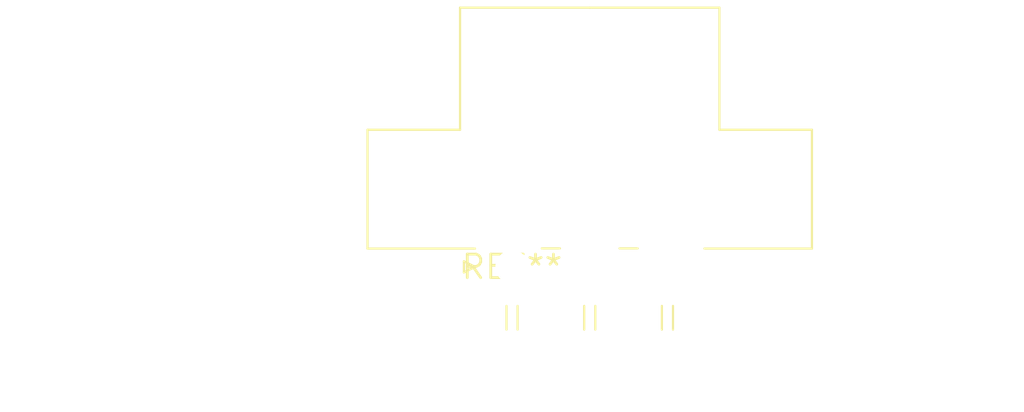
<source format=kicad_pcb>
(kicad_pcb (version 20240108) (generator pcbnew)
  (layers (0 "F.Cu" signal) (31 "B.Cu" signal) (34 "B.Paste" user) (35 "F.Paste" user) (36 "B.SilkS" user "B.Silkscreen") (37 "F.SilkS" user "F.Silkscreen") (38 "B.Mask" user) (39 "F.Mask" user) (44 "Edge.Cuts" user))
  (net 0 "")
  (footprint "Molex_Mini-Fit_Jr_5569-06A1_2x03_P4.20mm_Horizontal" (layer "F.Cu") (at 0 0)
    (property "Reference" "REF**")
    (property "Value" "Molex_Mini-Fit_Jr_5569-06A1_2x03_P4.20mm_Horizontal")
    (fp_line (start -7.81 -7.41) (end -7.81 -0.99) (layer "F.SilkS") (stroke (width 0.12)))
    (fp_line (start -7.81 -0.99) (end -2 -0.99) (layer "F.SilkS") (stroke (width 0.12)))
    (fp_line (start -2.81 -14.01) (end -2.81 -7.41) (layer "F.SilkS") (stroke (width 0.12)))
    (fp_line (start -2.81 -7.41) (end -7.81 -7.41) (layer "F.SilkS") (stroke (width 0.12)))
    (fp_line (start -2.6 -0.3) (end -2 0) (layer "F.SilkS") (stroke (width 0.12)))
    (fp_line (start -2.6 0.3) (end -2.6 -0.3) (layer "F.SilkS") (stroke (width 0.12)))
    (fp_line (start -2 0) (end -2.6 0.3) (layer "F.SilkS") (stroke (width 0.12)))
    (fp_line (start -0.3 2.11) (end -0.3 3.39) (layer "F.SilkS") (stroke (width 0.12)))
    (fp_line (start 0.3 2.11) (end 0.3 3.39) (layer "F.SilkS") (stroke (width 0.12)))
    (fp_line (start 1.61 -1) (end 2.59 -1) (layer "F.SilkS") (stroke (width 0.12)))
    (fp_line (start 3.9 2.11) (end 3.9 3.39) (layer "F.SilkS") (stroke (width 0.12)))
    (fp_line (start 4.2 -14.01) (end -2.81 -14.01) (layer "F.SilkS") (stroke (width 0.12)))
    (fp_line (start 4.2 -14.01) (end 11.21 -14.01) (layer "F.SilkS") (stroke (width 0.12)))
    (fp_line (start 4.5 2.11) (end 4.5 3.39) (layer "F.SilkS") (stroke (width 0.12)))
    (fp_line (start 5.81 -1) (end 6.79 -1) (layer "F.SilkS") (stroke (width 0.12)))
    (fp_line (start 8.1 2.11) (end 8.1 3.39) (layer "F.SilkS") (stroke (width 0.12)))
    (fp_line (start 8.7 2.11) (end 8.7 3.39) (layer "F.SilkS") (stroke (width 0.12)))
    (fp_line (start 11.21 -14.01) (end 11.21 -7.41) (layer "F.SilkS") (stroke (width 0.12)))
    (fp_line (start 11.21 -7.41) (end 16.21 -7.41) (layer "F.SilkS") (stroke (width 0.12)))
    (fp_line (start 16.21 -7.41) (end 16.21 -0.99) (layer "F.SilkS") (stroke (width 0.12)))
    (fp_line (start 16.21 -0.99) (end 10.4 -0.99) (layer "F.SilkS") (stroke (width 0.12)))
    (pad "" np_thru_hole circle (at -4.5 -4.2) (size 3.2 3.2) (drill 3.2) (layers *.Cu *.Mask))
    (pad "" np_thru_hole circle (at 12.9 -4.2) (size 3.2 3.2) (drill 3.2) (layers *.Cu *.Mask))
    (pad "1" thru_hole roundrect (at 0 0) (size 2.7 3.7) (drill 1.8) (layers *.Cu *.Mask) (remove_unused_layers) (roundrect_rratio 0.092593))
    (pad "2" thru_hole oval (at 4.2 0) (size 2.7 3.7) (drill 1.8) (layers *.Cu *.Mask) (remove_unused_layers))
    (pad "3" thru_hole oval (at 8.4 0) (size 2.7 3.7) (drill 1.8) (layers *.Cu *.Mask) (remove_unused_layers))
    (pad "4" thru_hole oval (at 0 5.5) (size 2.7 3.7) (drill 1.8) (layers *.Cu *.Mask) (remove_unused_layers))
    (pad "5" thru_hole oval (at 4.2 5.5) (size 2.7 3.7) (drill 1.8) (layers *.Cu *.Mask) (remove_unused_layers))
    (pad "6" thru_hole oval (at 8.4 5.5) (size 2.7 3.7) (drill 1.8) (layers *.Cu *.Mask) (remove_unused_layers))
  )
)
</source>
